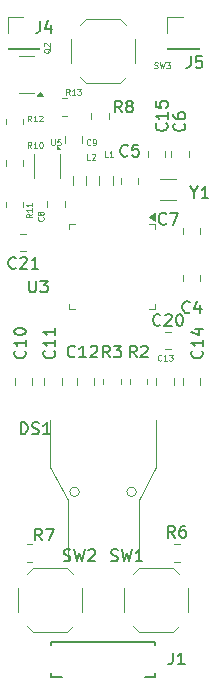
<source format=gbr>
%TF.GenerationSoftware,KiCad,Pcbnew,8.0.6*%
%TF.CreationDate,2025-01-15T19:29:55+01:00*%
%TF.ProjectId,boxmod,626f786d-6f64-42e6-9b69-6361645f7063,rev?*%
%TF.SameCoordinates,Original*%
%TF.FileFunction,Legend,Top*%
%TF.FilePolarity,Positive*%
%FSLAX46Y46*%
G04 Gerber Fmt 4.6, Leading zero omitted, Abs format (unit mm)*
G04 Created by KiCad (PCBNEW 8.0.6) date 2025-01-15 19:29:55*
%MOMM*%
%LPD*%
G01*
G04 APERTURE LIST*
%ADD10C,0.150000*%
%ADD11C,0.100000*%
%ADD12C,0.120000*%
%ADD13C,0.127000*%
G04 APERTURE END LIST*
D10*
X88535714Y-87204819D02*
X88535714Y-86204819D01*
X88535714Y-86204819D02*
X88773809Y-86204819D01*
X88773809Y-86204819D02*
X88916666Y-86252438D01*
X88916666Y-86252438D02*
X89011904Y-86347676D01*
X89011904Y-86347676D02*
X89059523Y-86442914D01*
X89059523Y-86442914D02*
X89107142Y-86633390D01*
X89107142Y-86633390D02*
X89107142Y-86776247D01*
X89107142Y-86776247D02*
X89059523Y-86966723D01*
X89059523Y-86966723D02*
X89011904Y-87061961D01*
X89011904Y-87061961D02*
X88916666Y-87157200D01*
X88916666Y-87157200D02*
X88773809Y-87204819D01*
X88773809Y-87204819D02*
X88535714Y-87204819D01*
X89488095Y-87157200D02*
X89630952Y-87204819D01*
X89630952Y-87204819D02*
X89869047Y-87204819D01*
X89869047Y-87204819D02*
X89964285Y-87157200D01*
X89964285Y-87157200D02*
X90011904Y-87109580D01*
X90011904Y-87109580D02*
X90059523Y-87014342D01*
X90059523Y-87014342D02*
X90059523Y-86919104D01*
X90059523Y-86919104D02*
X90011904Y-86823866D01*
X90011904Y-86823866D02*
X89964285Y-86776247D01*
X89964285Y-86776247D02*
X89869047Y-86728628D01*
X89869047Y-86728628D02*
X89678571Y-86681009D01*
X89678571Y-86681009D02*
X89583333Y-86633390D01*
X89583333Y-86633390D02*
X89535714Y-86585771D01*
X89535714Y-86585771D02*
X89488095Y-86490533D01*
X89488095Y-86490533D02*
X89488095Y-86395295D01*
X89488095Y-86395295D02*
X89535714Y-86300057D01*
X89535714Y-86300057D02*
X89583333Y-86252438D01*
X89583333Y-86252438D02*
X89678571Y-86204819D01*
X89678571Y-86204819D02*
X89916666Y-86204819D01*
X89916666Y-86204819D02*
X90059523Y-86252438D01*
X91011904Y-87204819D02*
X90440476Y-87204819D01*
X90726190Y-87204819D02*
X90726190Y-86204819D01*
X90726190Y-86204819D02*
X90630952Y-86347676D01*
X90630952Y-86347676D02*
X90535714Y-86442914D01*
X90535714Y-86442914D02*
X90440476Y-86490533D01*
X97083333Y-59954819D02*
X96750000Y-59478628D01*
X96511905Y-59954819D02*
X96511905Y-58954819D01*
X96511905Y-58954819D02*
X96892857Y-58954819D01*
X96892857Y-58954819D02*
X96988095Y-59002438D01*
X96988095Y-59002438D02*
X97035714Y-59050057D01*
X97035714Y-59050057D02*
X97083333Y-59145295D01*
X97083333Y-59145295D02*
X97083333Y-59288152D01*
X97083333Y-59288152D02*
X97035714Y-59383390D01*
X97035714Y-59383390D02*
X96988095Y-59431009D01*
X96988095Y-59431009D02*
X96892857Y-59478628D01*
X96892857Y-59478628D02*
X96511905Y-59478628D01*
X97654762Y-59383390D02*
X97559524Y-59335771D01*
X97559524Y-59335771D02*
X97511905Y-59288152D01*
X97511905Y-59288152D02*
X97464286Y-59192914D01*
X97464286Y-59192914D02*
X97464286Y-59145295D01*
X97464286Y-59145295D02*
X97511905Y-59050057D01*
X97511905Y-59050057D02*
X97559524Y-59002438D01*
X97559524Y-59002438D02*
X97654762Y-58954819D01*
X97654762Y-58954819D02*
X97845238Y-58954819D01*
X97845238Y-58954819D02*
X97940476Y-59002438D01*
X97940476Y-59002438D02*
X97988095Y-59050057D01*
X97988095Y-59050057D02*
X98035714Y-59145295D01*
X98035714Y-59145295D02*
X98035714Y-59192914D01*
X98035714Y-59192914D02*
X97988095Y-59288152D01*
X97988095Y-59288152D02*
X97940476Y-59335771D01*
X97940476Y-59335771D02*
X97845238Y-59383390D01*
X97845238Y-59383390D02*
X97654762Y-59383390D01*
X97654762Y-59383390D02*
X97559524Y-59431009D01*
X97559524Y-59431009D02*
X97511905Y-59478628D01*
X97511905Y-59478628D02*
X97464286Y-59573866D01*
X97464286Y-59573866D02*
X97464286Y-59764342D01*
X97464286Y-59764342D02*
X97511905Y-59859580D01*
X97511905Y-59859580D02*
X97559524Y-59907200D01*
X97559524Y-59907200D02*
X97654762Y-59954819D01*
X97654762Y-59954819D02*
X97845238Y-59954819D01*
X97845238Y-59954819D02*
X97940476Y-59907200D01*
X97940476Y-59907200D02*
X97988095Y-59859580D01*
X97988095Y-59859580D02*
X98035714Y-59764342D01*
X98035714Y-59764342D02*
X98035714Y-59573866D01*
X98035714Y-59573866D02*
X97988095Y-59478628D01*
X97988095Y-59478628D02*
X97940476Y-59431009D01*
X97940476Y-59431009D02*
X97845238Y-59383390D01*
D11*
X94416666Y-63976109D02*
X94178571Y-63976109D01*
X94178571Y-63976109D02*
X94178571Y-63476109D01*
X94559524Y-63523728D02*
X94583333Y-63499919D01*
X94583333Y-63499919D02*
X94630952Y-63476109D01*
X94630952Y-63476109D02*
X94750000Y-63476109D01*
X94750000Y-63476109D02*
X94797619Y-63499919D01*
X94797619Y-63499919D02*
X94821428Y-63523728D01*
X94821428Y-63523728D02*
X94845238Y-63571347D01*
X94845238Y-63571347D02*
X94845238Y-63618966D01*
X94845238Y-63618966D02*
X94821428Y-63690395D01*
X94821428Y-63690395D02*
X94535714Y-63976109D01*
X94535714Y-63976109D02*
X94845238Y-63976109D01*
D10*
X97583333Y-63609580D02*
X97535714Y-63657200D01*
X97535714Y-63657200D02*
X97392857Y-63704819D01*
X97392857Y-63704819D02*
X97297619Y-63704819D01*
X97297619Y-63704819D02*
X97154762Y-63657200D01*
X97154762Y-63657200D02*
X97059524Y-63561961D01*
X97059524Y-63561961D02*
X97011905Y-63466723D01*
X97011905Y-63466723D02*
X96964286Y-63276247D01*
X96964286Y-63276247D02*
X96964286Y-63133390D01*
X96964286Y-63133390D02*
X97011905Y-62942914D01*
X97011905Y-62942914D02*
X97059524Y-62847676D01*
X97059524Y-62847676D02*
X97154762Y-62752438D01*
X97154762Y-62752438D02*
X97297619Y-62704819D01*
X97297619Y-62704819D02*
X97392857Y-62704819D01*
X97392857Y-62704819D02*
X97535714Y-62752438D01*
X97535714Y-62752438D02*
X97583333Y-62800057D01*
X98488095Y-62704819D02*
X98011905Y-62704819D01*
X98011905Y-62704819D02*
X97964286Y-63181009D01*
X97964286Y-63181009D02*
X98011905Y-63133390D01*
X98011905Y-63133390D02*
X98107143Y-63085771D01*
X98107143Y-63085771D02*
X98345238Y-63085771D01*
X98345238Y-63085771D02*
X98440476Y-63133390D01*
X98440476Y-63133390D02*
X98488095Y-63181009D01*
X98488095Y-63181009D02*
X98535714Y-63276247D01*
X98535714Y-63276247D02*
X98535714Y-63514342D01*
X98535714Y-63514342D02*
X98488095Y-63609580D01*
X98488095Y-63609580D02*
X98440476Y-63657200D01*
X98440476Y-63657200D02*
X98345238Y-63704819D01*
X98345238Y-63704819D02*
X98107143Y-63704819D01*
X98107143Y-63704819D02*
X98011905Y-63657200D01*
X98011905Y-63657200D02*
X97964286Y-63609580D01*
D11*
X89476109Y-68571428D02*
X89238014Y-68738094D01*
X89476109Y-68857142D02*
X88976109Y-68857142D01*
X88976109Y-68857142D02*
X88976109Y-68666666D01*
X88976109Y-68666666D02*
X88999919Y-68619047D01*
X88999919Y-68619047D02*
X89023728Y-68595237D01*
X89023728Y-68595237D02*
X89071347Y-68571428D01*
X89071347Y-68571428D02*
X89142776Y-68571428D01*
X89142776Y-68571428D02*
X89190395Y-68595237D01*
X89190395Y-68595237D02*
X89214204Y-68619047D01*
X89214204Y-68619047D02*
X89238014Y-68666666D01*
X89238014Y-68666666D02*
X89238014Y-68857142D01*
X89476109Y-68095237D02*
X89476109Y-68380951D01*
X89476109Y-68238094D02*
X88976109Y-68238094D01*
X88976109Y-68238094D02*
X89047538Y-68285713D01*
X89047538Y-68285713D02*
X89095157Y-68333332D01*
X89095157Y-68333332D02*
X89118966Y-68380951D01*
X89476109Y-67619047D02*
X89476109Y-67904761D01*
X89476109Y-67761904D02*
X88976109Y-67761904D01*
X88976109Y-67761904D02*
X89047538Y-67809523D01*
X89047538Y-67809523D02*
X89095157Y-67857142D01*
X89095157Y-67857142D02*
X89118966Y-67904761D01*
D10*
X88107142Y-73109580D02*
X88059523Y-73157200D01*
X88059523Y-73157200D02*
X87916666Y-73204819D01*
X87916666Y-73204819D02*
X87821428Y-73204819D01*
X87821428Y-73204819D02*
X87678571Y-73157200D01*
X87678571Y-73157200D02*
X87583333Y-73061961D01*
X87583333Y-73061961D02*
X87535714Y-72966723D01*
X87535714Y-72966723D02*
X87488095Y-72776247D01*
X87488095Y-72776247D02*
X87488095Y-72633390D01*
X87488095Y-72633390D02*
X87535714Y-72442914D01*
X87535714Y-72442914D02*
X87583333Y-72347676D01*
X87583333Y-72347676D02*
X87678571Y-72252438D01*
X87678571Y-72252438D02*
X87821428Y-72204819D01*
X87821428Y-72204819D02*
X87916666Y-72204819D01*
X87916666Y-72204819D02*
X88059523Y-72252438D01*
X88059523Y-72252438D02*
X88107142Y-72300057D01*
X88488095Y-72300057D02*
X88535714Y-72252438D01*
X88535714Y-72252438D02*
X88630952Y-72204819D01*
X88630952Y-72204819D02*
X88869047Y-72204819D01*
X88869047Y-72204819D02*
X88964285Y-72252438D01*
X88964285Y-72252438D02*
X89011904Y-72300057D01*
X89011904Y-72300057D02*
X89059523Y-72395295D01*
X89059523Y-72395295D02*
X89059523Y-72490533D01*
X89059523Y-72490533D02*
X89011904Y-72633390D01*
X89011904Y-72633390D02*
X88440476Y-73204819D01*
X88440476Y-73204819D02*
X89059523Y-73204819D01*
X90011904Y-73204819D02*
X89440476Y-73204819D01*
X89726190Y-73204819D02*
X89726190Y-72204819D01*
X89726190Y-72204819D02*
X89630952Y-72347676D01*
X89630952Y-72347676D02*
X89535714Y-72442914D01*
X89535714Y-72442914D02*
X89440476Y-72490533D01*
X96083333Y-80704819D02*
X95750000Y-80228628D01*
X95511905Y-80704819D02*
X95511905Y-79704819D01*
X95511905Y-79704819D02*
X95892857Y-79704819D01*
X95892857Y-79704819D02*
X95988095Y-79752438D01*
X95988095Y-79752438D02*
X96035714Y-79800057D01*
X96035714Y-79800057D02*
X96083333Y-79895295D01*
X96083333Y-79895295D02*
X96083333Y-80038152D01*
X96083333Y-80038152D02*
X96035714Y-80133390D01*
X96035714Y-80133390D02*
X95988095Y-80181009D01*
X95988095Y-80181009D02*
X95892857Y-80228628D01*
X95892857Y-80228628D02*
X95511905Y-80228628D01*
X96416667Y-79704819D02*
X97035714Y-79704819D01*
X97035714Y-79704819D02*
X96702381Y-80085771D01*
X96702381Y-80085771D02*
X96845238Y-80085771D01*
X96845238Y-80085771D02*
X96940476Y-80133390D01*
X96940476Y-80133390D02*
X96988095Y-80181009D01*
X96988095Y-80181009D02*
X97035714Y-80276247D01*
X97035714Y-80276247D02*
X97035714Y-80514342D01*
X97035714Y-80514342D02*
X96988095Y-80609580D01*
X96988095Y-80609580D02*
X96940476Y-80657200D01*
X96940476Y-80657200D02*
X96845238Y-80704819D01*
X96845238Y-80704819D02*
X96559524Y-80704819D01*
X96559524Y-80704819D02*
X96464286Y-80657200D01*
X96464286Y-80657200D02*
X96416667Y-80609580D01*
X98333333Y-80704819D02*
X98000000Y-80228628D01*
X97761905Y-80704819D02*
X97761905Y-79704819D01*
X97761905Y-79704819D02*
X98142857Y-79704819D01*
X98142857Y-79704819D02*
X98238095Y-79752438D01*
X98238095Y-79752438D02*
X98285714Y-79800057D01*
X98285714Y-79800057D02*
X98333333Y-79895295D01*
X98333333Y-79895295D02*
X98333333Y-80038152D01*
X98333333Y-80038152D02*
X98285714Y-80133390D01*
X98285714Y-80133390D02*
X98238095Y-80181009D01*
X98238095Y-80181009D02*
X98142857Y-80228628D01*
X98142857Y-80228628D02*
X97761905Y-80228628D01*
X98714286Y-79800057D02*
X98761905Y-79752438D01*
X98761905Y-79752438D02*
X98857143Y-79704819D01*
X98857143Y-79704819D02*
X99095238Y-79704819D01*
X99095238Y-79704819D02*
X99190476Y-79752438D01*
X99190476Y-79752438D02*
X99238095Y-79800057D01*
X99238095Y-79800057D02*
X99285714Y-79895295D01*
X99285714Y-79895295D02*
X99285714Y-79990533D01*
X99285714Y-79990533D02*
X99238095Y-80133390D01*
X99238095Y-80133390D02*
X98666667Y-80704819D01*
X98666667Y-80704819D02*
X99285714Y-80704819D01*
D11*
X91023728Y-54547619D02*
X90999919Y-54595238D01*
X90999919Y-54595238D02*
X90952300Y-54642857D01*
X90952300Y-54642857D02*
X90880871Y-54714285D01*
X90880871Y-54714285D02*
X90857061Y-54761904D01*
X90857061Y-54761904D02*
X90857061Y-54809523D01*
X90976109Y-54785714D02*
X90952300Y-54833333D01*
X90952300Y-54833333D02*
X90904680Y-54880952D01*
X90904680Y-54880952D02*
X90809442Y-54904761D01*
X90809442Y-54904761D02*
X90642776Y-54904761D01*
X90642776Y-54904761D02*
X90547538Y-54880952D01*
X90547538Y-54880952D02*
X90499919Y-54833333D01*
X90499919Y-54833333D02*
X90476109Y-54785714D01*
X90476109Y-54785714D02*
X90476109Y-54690476D01*
X90476109Y-54690476D02*
X90499919Y-54642857D01*
X90499919Y-54642857D02*
X90547538Y-54595238D01*
X90547538Y-54595238D02*
X90642776Y-54571428D01*
X90642776Y-54571428D02*
X90809442Y-54571428D01*
X90809442Y-54571428D02*
X90904680Y-54595238D01*
X90904680Y-54595238D02*
X90952300Y-54642857D01*
X90952300Y-54642857D02*
X90976109Y-54690476D01*
X90976109Y-54690476D02*
X90976109Y-54785714D01*
X90523728Y-54380951D02*
X90499919Y-54357142D01*
X90499919Y-54357142D02*
X90476109Y-54309523D01*
X90476109Y-54309523D02*
X90476109Y-54190475D01*
X90476109Y-54190475D02*
X90499919Y-54142856D01*
X90499919Y-54142856D02*
X90523728Y-54119047D01*
X90523728Y-54119047D02*
X90571347Y-54095237D01*
X90571347Y-54095237D02*
X90618966Y-54095237D01*
X90618966Y-54095237D02*
X90690395Y-54119047D01*
X90690395Y-54119047D02*
X90976109Y-54404761D01*
X90976109Y-54404761D02*
X90976109Y-54095237D01*
D10*
X101583333Y-95954819D02*
X101250000Y-95478628D01*
X101011905Y-95954819D02*
X101011905Y-94954819D01*
X101011905Y-94954819D02*
X101392857Y-94954819D01*
X101392857Y-94954819D02*
X101488095Y-95002438D01*
X101488095Y-95002438D02*
X101535714Y-95050057D01*
X101535714Y-95050057D02*
X101583333Y-95145295D01*
X101583333Y-95145295D02*
X101583333Y-95288152D01*
X101583333Y-95288152D02*
X101535714Y-95383390D01*
X101535714Y-95383390D02*
X101488095Y-95431009D01*
X101488095Y-95431009D02*
X101392857Y-95478628D01*
X101392857Y-95478628D02*
X101011905Y-95478628D01*
X102440476Y-94954819D02*
X102250000Y-94954819D01*
X102250000Y-94954819D02*
X102154762Y-95002438D01*
X102154762Y-95002438D02*
X102107143Y-95050057D01*
X102107143Y-95050057D02*
X102011905Y-95192914D01*
X102011905Y-95192914D02*
X101964286Y-95383390D01*
X101964286Y-95383390D02*
X101964286Y-95764342D01*
X101964286Y-95764342D02*
X102011905Y-95859580D01*
X102011905Y-95859580D02*
X102059524Y-95907200D01*
X102059524Y-95907200D02*
X102154762Y-95954819D01*
X102154762Y-95954819D02*
X102345238Y-95954819D01*
X102345238Y-95954819D02*
X102440476Y-95907200D01*
X102440476Y-95907200D02*
X102488095Y-95859580D01*
X102488095Y-95859580D02*
X102535714Y-95764342D01*
X102535714Y-95764342D02*
X102535714Y-95526247D01*
X102535714Y-95526247D02*
X102488095Y-95431009D01*
X102488095Y-95431009D02*
X102440476Y-95383390D01*
X102440476Y-95383390D02*
X102345238Y-95335771D01*
X102345238Y-95335771D02*
X102154762Y-95335771D01*
X102154762Y-95335771D02*
X102059524Y-95383390D01*
X102059524Y-95383390D02*
X102011905Y-95431009D01*
X102011905Y-95431009D02*
X101964286Y-95526247D01*
D11*
X89428571Y-62976109D02*
X89261905Y-62738014D01*
X89142857Y-62976109D02*
X89142857Y-62476109D01*
X89142857Y-62476109D02*
X89333333Y-62476109D01*
X89333333Y-62476109D02*
X89380952Y-62499919D01*
X89380952Y-62499919D02*
X89404762Y-62523728D01*
X89404762Y-62523728D02*
X89428571Y-62571347D01*
X89428571Y-62571347D02*
X89428571Y-62642776D01*
X89428571Y-62642776D02*
X89404762Y-62690395D01*
X89404762Y-62690395D02*
X89380952Y-62714204D01*
X89380952Y-62714204D02*
X89333333Y-62738014D01*
X89333333Y-62738014D02*
X89142857Y-62738014D01*
X89904762Y-62976109D02*
X89619048Y-62976109D01*
X89761905Y-62976109D02*
X89761905Y-62476109D01*
X89761905Y-62476109D02*
X89714286Y-62547538D01*
X89714286Y-62547538D02*
X89666667Y-62595157D01*
X89666667Y-62595157D02*
X89619048Y-62618966D01*
X90214285Y-62476109D02*
X90261904Y-62476109D01*
X90261904Y-62476109D02*
X90309523Y-62499919D01*
X90309523Y-62499919D02*
X90333333Y-62523728D01*
X90333333Y-62523728D02*
X90357142Y-62571347D01*
X90357142Y-62571347D02*
X90380952Y-62666585D01*
X90380952Y-62666585D02*
X90380952Y-62785633D01*
X90380952Y-62785633D02*
X90357142Y-62880871D01*
X90357142Y-62880871D02*
X90333333Y-62928490D01*
X90333333Y-62928490D02*
X90309523Y-62952300D01*
X90309523Y-62952300D02*
X90261904Y-62976109D01*
X90261904Y-62976109D02*
X90214285Y-62976109D01*
X90214285Y-62976109D02*
X90166666Y-62952300D01*
X90166666Y-62952300D02*
X90142857Y-62928490D01*
X90142857Y-62928490D02*
X90119047Y-62880871D01*
X90119047Y-62880871D02*
X90095238Y-62785633D01*
X90095238Y-62785633D02*
X90095238Y-62666585D01*
X90095238Y-62666585D02*
X90119047Y-62571347D01*
X90119047Y-62571347D02*
X90142857Y-62523728D01*
X90142857Y-62523728D02*
X90166666Y-62499919D01*
X90166666Y-62499919D02*
X90214285Y-62476109D01*
X100428571Y-80928490D02*
X100404762Y-80952300D01*
X100404762Y-80952300D02*
X100333333Y-80976109D01*
X100333333Y-80976109D02*
X100285714Y-80976109D01*
X100285714Y-80976109D02*
X100214286Y-80952300D01*
X100214286Y-80952300D02*
X100166667Y-80904680D01*
X100166667Y-80904680D02*
X100142857Y-80857061D01*
X100142857Y-80857061D02*
X100119048Y-80761823D01*
X100119048Y-80761823D02*
X100119048Y-80690395D01*
X100119048Y-80690395D02*
X100142857Y-80595157D01*
X100142857Y-80595157D02*
X100166667Y-80547538D01*
X100166667Y-80547538D02*
X100214286Y-80499919D01*
X100214286Y-80499919D02*
X100285714Y-80476109D01*
X100285714Y-80476109D02*
X100333333Y-80476109D01*
X100333333Y-80476109D02*
X100404762Y-80499919D01*
X100404762Y-80499919D02*
X100428571Y-80523728D01*
X100904762Y-80976109D02*
X100619048Y-80976109D01*
X100761905Y-80976109D02*
X100761905Y-80476109D01*
X100761905Y-80476109D02*
X100714286Y-80547538D01*
X100714286Y-80547538D02*
X100666667Y-80595157D01*
X100666667Y-80595157D02*
X100619048Y-80618966D01*
X101071428Y-80476109D02*
X101380952Y-80476109D01*
X101380952Y-80476109D02*
X101214285Y-80666585D01*
X101214285Y-80666585D02*
X101285714Y-80666585D01*
X101285714Y-80666585D02*
X101333333Y-80690395D01*
X101333333Y-80690395D02*
X101357142Y-80714204D01*
X101357142Y-80714204D02*
X101380952Y-80761823D01*
X101380952Y-80761823D02*
X101380952Y-80880871D01*
X101380952Y-80880871D02*
X101357142Y-80928490D01*
X101357142Y-80928490D02*
X101333333Y-80952300D01*
X101333333Y-80952300D02*
X101285714Y-80976109D01*
X101285714Y-80976109D02*
X101142857Y-80976109D01*
X101142857Y-80976109D02*
X101095238Y-80952300D01*
X101095238Y-80952300D02*
X101071428Y-80928490D01*
D10*
X91359580Y-80142857D02*
X91407200Y-80190476D01*
X91407200Y-80190476D02*
X91454819Y-80333333D01*
X91454819Y-80333333D02*
X91454819Y-80428571D01*
X91454819Y-80428571D02*
X91407200Y-80571428D01*
X91407200Y-80571428D02*
X91311961Y-80666666D01*
X91311961Y-80666666D02*
X91216723Y-80714285D01*
X91216723Y-80714285D02*
X91026247Y-80761904D01*
X91026247Y-80761904D02*
X90883390Y-80761904D01*
X90883390Y-80761904D02*
X90692914Y-80714285D01*
X90692914Y-80714285D02*
X90597676Y-80666666D01*
X90597676Y-80666666D02*
X90502438Y-80571428D01*
X90502438Y-80571428D02*
X90454819Y-80428571D01*
X90454819Y-80428571D02*
X90454819Y-80333333D01*
X90454819Y-80333333D02*
X90502438Y-80190476D01*
X90502438Y-80190476D02*
X90550057Y-80142857D01*
X91454819Y-79190476D02*
X91454819Y-79761904D01*
X91454819Y-79476190D02*
X90454819Y-79476190D01*
X90454819Y-79476190D02*
X90597676Y-79571428D01*
X90597676Y-79571428D02*
X90692914Y-79666666D01*
X90692914Y-79666666D02*
X90740533Y-79761904D01*
X91454819Y-78238095D02*
X91454819Y-78809523D01*
X91454819Y-78523809D02*
X90454819Y-78523809D01*
X90454819Y-78523809D02*
X90597676Y-78619047D01*
X90597676Y-78619047D02*
X90692914Y-78714285D01*
X90692914Y-78714285D02*
X90740533Y-78809523D01*
D11*
X91119047Y-62226109D02*
X91119047Y-62630871D01*
X91119047Y-62630871D02*
X91142857Y-62678490D01*
X91142857Y-62678490D02*
X91166666Y-62702300D01*
X91166666Y-62702300D02*
X91214285Y-62726109D01*
X91214285Y-62726109D02*
X91309523Y-62726109D01*
X91309523Y-62726109D02*
X91357142Y-62702300D01*
X91357142Y-62702300D02*
X91380952Y-62678490D01*
X91380952Y-62678490D02*
X91404761Y-62630871D01*
X91404761Y-62630871D02*
X91404761Y-62226109D01*
X91880952Y-62226109D02*
X91642857Y-62226109D01*
X91642857Y-62226109D02*
X91619048Y-62464204D01*
X91619048Y-62464204D02*
X91642857Y-62440395D01*
X91642857Y-62440395D02*
X91690476Y-62416585D01*
X91690476Y-62416585D02*
X91809524Y-62416585D01*
X91809524Y-62416585D02*
X91857143Y-62440395D01*
X91857143Y-62440395D02*
X91880952Y-62464204D01*
X91880952Y-62464204D02*
X91904762Y-62511823D01*
X91904762Y-62511823D02*
X91904762Y-62630871D01*
X91904762Y-62630871D02*
X91880952Y-62678490D01*
X91880952Y-62678490D02*
X91857143Y-62702300D01*
X91857143Y-62702300D02*
X91809524Y-62726109D01*
X91809524Y-62726109D02*
X91690476Y-62726109D01*
X91690476Y-62726109D02*
X91642857Y-62702300D01*
X91642857Y-62702300D02*
X91619048Y-62678490D01*
D10*
X96166667Y-97907200D02*
X96309524Y-97954819D01*
X96309524Y-97954819D02*
X96547619Y-97954819D01*
X96547619Y-97954819D02*
X96642857Y-97907200D01*
X96642857Y-97907200D02*
X96690476Y-97859580D01*
X96690476Y-97859580D02*
X96738095Y-97764342D01*
X96738095Y-97764342D02*
X96738095Y-97669104D01*
X96738095Y-97669104D02*
X96690476Y-97573866D01*
X96690476Y-97573866D02*
X96642857Y-97526247D01*
X96642857Y-97526247D02*
X96547619Y-97478628D01*
X96547619Y-97478628D02*
X96357143Y-97431009D01*
X96357143Y-97431009D02*
X96261905Y-97383390D01*
X96261905Y-97383390D02*
X96214286Y-97335771D01*
X96214286Y-97335771D02*
X96166667Y-97240533D01*
X96166667Y-97240533D02*
X96166667Y-97145295D01*
X96166667Y-97145295D02*
X96214286Y-97050057D01*
X96214286Y-97050057D02*
X96261905Y-97002438D01*
X96261905Y-97002438D02*
X96357143Y-96954819D01*
X96357143Y-96954819D02*
X96595238Y-96954819D01*
X96595238Y-96954819D02*
X96738095Y-97002438D01*
X97071429Y-96954819D02*
X97309524Y-97954819D01*
X97309524Y-97954819D02*
X97500000Y-97240533D01*
X97500000Y-97240533D02*
X97690476Y-97954819D01*
X97690476Y-97954819D02*
X97928572Y-96954819D01*
X98833333Y-97954819D02*
X98261905Y-97954819D01*
X98547619Y-97954819D02*
X98547619Y-96954819D01*
X98547619Y-96954819D02*
X98452381Y-97097676D01*
X98452381Y-97097676D02*
X98357143Y-97192914D01*
X98357143Y-97192914D02*
X98261905Y-97240533D01*
X102359580Y-60916666D02*
X102407200Y-60964285D01*
X102407200Y-60964285D02*
X102454819Y-61107142D01*
X102454819Y-61107142D02*
X102454819Y-61202380D01*
X102454819Y-61202380D02*
X102407200Y-61345237D01*
X102407200Y-61345237D02*
X102311961Y-61440475D01*
X102311961Y-61440475D02*
X102216723Y-61488094D01*
X102216723Y-61488094D02*
X102026247Y-61535713D01*
X102026247Y-61535713D02*
X101883390Y-61535713D01*
X101883390Y-61535713D02*
X101692914Y-61488094D01*
X101692914Y-61488094D02*
X101597676Y-61440475D01*
X101597676Y-61440475D02*
X101502438Y-61345237D01*
X101502438Y-61345237D02*
X101454819Y-61202380D01*
X101454819Y-61202380D02*
X101454819Y-61107142D01*
X101454819Y-61107142D02*
X101502438Y-60964285D01*
X101502438Y-60964285D02*
X101550057Y-60916666D01*
X101454819Y-60059523D02*
X101454819Y-60249999D01*
X101454819Y-60249999D02*
X101502438Y-60345237D01*
X101502438Y-60345237D02*
X101550057Y-60392856D01*
X101550057Y-60392856D02*
X101692914Y-60488094D01*
X101692914Y-60488094D02*
X101883390Y-60535713D01*
X101883390Y-60535713D02*
X102264342Y-60535713D01*
X102264342Y-60535713D02*
X102359580Y-60488094D01*
X102359580Y-60488094D02*
X102407200Y-60440475D01*
X102407200Y-60440475D02*
X102454819Y-60345237D01*
X102454819Y-60345237D02*
X102454819Y-60154761D01*
X102454819Y-60154761D02*
X102407200Y-60059523D01*
X102407200Y-60059523D02*
X102359580Y-60011904D01*
X102359580Y-60011904D02*
X102264342Y-59964285D01*
X102264342Y-59964285D02*
X102026247Y-59964285D01*
X102026247Y-59964285D02*
X101931009Y-60011904D01*
X101931009Y-60011904D02*
X101883390Y-60059523D01*
X101883390Y-60059523D02*
X101835771Y-60154761D01*
X101835771Y-60154761D02*
X101835771Y-60345237D01*
X101835771Y-60345237D02*
X101883390Y-60440475D01*
X101883390Y-60440475D02*
X101931009Y-60488094D01*
X101931009Y-60488094D02*
X102026247Y-60535713D01*
X93107142Y-80609580D02*
X93059523Y-80657200D01*
X93059523Y-80657200D02*
X92916666Y-80704819D01*
X92916666Y-80704819D02*
X92821428Y-80704819D01*
X92821428Y-80704819D02*
X92678571Y-80657200D01*
X92678571Y-80657200D02*
X92583333Y-80561961D01*
X92583333Y-80561961D02*
X92535714Y-80466723D01*
X92535714Y-80466723D02*
X92488095Y-80276247D01*
X92488095Y-80276247D02*
X92488095Y-80133390D01*
X92488095Y-80133390D02*
X92535714Y-79942914D01*
X92535714Y-79942914D02*
X92583333Y-79847676D01*
X92583333Y-79847676D02*
X92678571Y-79752438D01*
X92678571Y-79752438D02*
X92821428Y-79704819D01*
X92821428Y-79704819D02*
X92916666Y-79704819D01*
X92916666Y-79704819D02*
X93059523Y-79752438D01*
X93059523Y-79752438D02*
X93107142Y-79800057D01*
X94059523Y-80704819D02*
X93488095Y-80704819D01*
X93773809Y-80704819D02*
X93773809Y-79704819D01*
X93773809Y-79704819D02*
X93678571Y-79847676D01*
X93678571Y-79847676D02*
X93583333Y-79942914D01*
X93583333Y-79942914D02*
X93488095Y-79990533D01*
X94440476Y-79800057D02*
X94488095Y-79752438D01*
X94488095Y-79752438D02*
X94583333Y-79704819D01*
X94583333Y-79704819D02*
X94821428Y-79704819D01*
X94821428Y-79704819D02*
X94916666Y-79752438D01*
X94916666Y-79752438D02*
X94964285Y-79800057D01*
X94964285Y-79800057D02*
X95011904Y-79895295D01*
X95011904Y-79895295D02*
X95011904Y-79990533D01*
X95011904Y-79990533D02*
X94964285Y-80133390D01*
X94964285Y-80133390D02*
X94392857Y-80704819D01*
X94392857Y-80704819D02*
X95011904Y-80704819D01*
D11*
X99833334Y-56202300D02*
X99904762Y-56226109D01*
X99904762Y-56226109D02*
X100023810Y-56226109D01*
X100023810Y-56226109D02*
X100071429Y-56202300D01*
X100071429Y-56202300D02*
X100095238Y-56178490D01*
X100095238Y-56178490D02*
X100119048Y-56130871D01*
X100119048Y-56130871D02*
X100119048Y-56083252D01*
X100119048Y-56083252D02*
X100095238Y-56035633D01*
X100095238Y-56035633D02*
X100071429Y-56011823D01*
X100071429Y-56011823D02*
X100023810Y-55988014D01*
X100023810Y-55988014D02*
X99928572Y-55964204D01*
X99928572Y-55964204D02*
X99880953Y-55940395D01*
X99880953Y-55940395D02*
X99857143Y-55916585D01*
X99857143Y-55916585D02*
X99833334Y-55868966D01*
X99833334Y-55868966D02*
X99833334Y-55821347D01*
X99833334Y-55821347D02*
X99857143Y-55773728D01*
X99857143Y-55773728D02*
X99880953Y-55749919D01*
X99880953Y-55749919D02*
X99928572Y-55726109D01*
X99928572Y-55726109D02*
X100047619Y-55726109D01*
X100047619Y-55726109D02*
X100119048Y-55749919D01*
X100285714Y-55726109D02*
X100404762Y-56226109D01*
X100404762Y-56226109D02*
X100500000Y-55868966D01*
X100500000Y-55868966D02*
X100595238Y-56226109D01*
X100595238Y-56226109D02*
X100714286Y-55726109D01*
X100857143Y-55726109D02*
X101166667Y-55726109D01*
X101166667Y-55726109D02*
X101000000Y-55916585D01*
X101000000Y-55916585D02*
X101071429Y-55916585D01*
X101071429Y-55916585D02*
X101119048Y-55940395D01*
X101119048Y-55940395D02*
X101142857Y-55964204D01*
X101142857Y-55964204D02*
X101166667Y-56011823D01*
X101166667Y-56011823D02*
X101166667Y-56130871D01*
X101166667Y-56130871D02*
X101142857Y-56178490D01*
X101142857Y-56178490D02*
X101119048Y-56202300D01*
X101119048Y-56202300D02*
X101071429Y-56226109D01*
X101071429Y-56226109D02*
X100928572Y-56226109D01*
X100928572Y-56226109D02*
X100880953Y-56202300D01*
X100880953Y-56202300D02*
X100857143Y-56178490D01*
X89428571Y-60726109D02*
X89261905Y-60488014D01*
X89142857Y-60726109D02*
X89142857Y-60226109D01*
X89142857Y-60226109D02*
X89333333Y-60226109D01*
X89333333Y-60226109D02*
X89380952Y-60249919D01*
X89380952Y-60249919D02*
X89404762Y-60273728D01*
X89404762Y-60273728D02*
X89428571Y-60321347D01*
X89428571Y-60321347D02*
X89428571Y-60392776D01*
X89428571Y-60392776D02*
X89404762Y-60440395D01*
X89404762Y-60440395D02*
X89380952Y-60464204D01*
X89380952Y-60464204D02*
X89333333Y-60488014D01*
X89333333Y-60488014D02*
X89142857Y-60488014D01*
X89904762Y-60726109D02*
X89619048Y-60726109D01*
X89761905Y-60726109D02*
X89761905Y-60226109D01*
X89761905Y-60226109D02*
X89714286Y-60297538D01*
X89714286Y-60297538D02*
X89666667Y-60345157D01*
X89666667Y-60345157D02*
X89619048Y-60368966D01*
X90095238Y-60273728D02*
X90119047Y-60249919D01*
X90119047Y-60249919D02*
X90166666Y-60226109D01*
X90166666Y-60226109D02*
X90285714Y-60226109D01*
X90285714Y-60226109D02*
X90333333Y-60249919D01*
X90333333Y-60249919D02*
X90357142Y-60273728D01*
X90357142Y-60273728D02*
X90380952Y-60321347D01*
X90380952Y-60321347D02*
X90380952Y-60368966D01*
X90380952Y-60368966D02*
X90357142Y-60440395D01*
X90357142Y-60440395D02*
X90071428Y-60726109D01*
X90071428Y-60726109D02*
X90380952Y-60726109D01*
D10*
X100833333Y-69359580D02*
X100785714Y-69407200D01*
X100785714Y-69407200D02*
X100642857Y-69454819D01*
X100642857Y-69454819D02*
X100547619Y-69454819D01*
X100547619Y-69454819D02*
X100404762Y-69407200D01*
X100404762Y-69407200D02*
X100309524Y-69311961D01*
X100309524Y-69311961D02*
X100261905Y-69216723D01*
X100261905Y-69216723D02*
X100214286Y-69026247D01*
X100214286Y-69026247D02*
X100214286Y-68883390D01*
X100214286Y-68883390D02*
X100261905Y-68692914D01*
X100261905Y-68692914D02*
X100309524Y-68597676D01*
X100309524Y-68597676D02*
X100404762Y-68502438D01*
X100404762Y-68502438D02*
X100547619Y-68454819D01*
X100547619Y-68454819D02*
X100642857Y-68454819D01*
X100642857Y-68454819D02*
X100785714Y-68502438D01*
X100785714Y-68502438D02*
X100833333Y-68550057D01*
X101166667Y-68454819D02*
X101833333Y-68454819D01*
X101833333Y-68454819D02*
X101404762Y-69454819D01*
D11*
X95916666Y-63726109D02*
X95678571Y-63726109D01*
X95678571Y-63726109D02*
X95678571Y-63226109D01*
X96345238Y-63726109D02*
X96059524Y-63726109D01*
X96202381Y-63726109D02*
X96202381Y-63226109D01*
X96202381Y-63226109D02*
X96154762Y-63297538D01*
X96154762Y-63297538D02*
X96107143Y-63345157D01*
X96107143Y-63345157D02*
X96059524Y-63368966D01*
D10*
X100859580Y-60892857D02*
X100907200Y-60940476D01*
X100907200Y-60940476D02*
X100954819Y-61083333D01*
X100954819Y-61083333D02*
X100954819Y-61178571D01*
X100954819Y-61178571D02*
X100907200Y-61321428D01*
X100907200Y-61321428D02*
X100811961Y-61416666D01*
X100811961Y-61416666D02*
X100716723Y-61464285D01*
X100716723Y-61464285D02*
X100526247Y-61511904D01*
X100526247Y-61511904D02*
X100383390Y-61511904D01*
X100383390Y-61511904D02*
X100192914Y-61464285D01*
X100192914Y-61464285D02*
X100097676Y-61416666D01*
X100097676Y-61416666D02*
X100002438Y-61321428D01*
X100002438Y-61321428D02*
X99954819Y-61178571D01*
X99954819Y-61178571D02*
X99954819Y-61083333D01*
X99954819Y-61083333D02*
X100002438Y-60940476D01*
X100002438Y-60940476D02*
X100050057Y-60892857D01*
X100954819Y-59940476D02*
X100954819Y-60511904D01*
X100954819Y-60226190D02*
X99954819Y-60226190D01*
X99954819Y-60226190D02*
X100097676Y-60321428D01*
X100097676Y-60321428D02*
X100192914Y-60416666D01*
X100192914Y-60416666D02*
X100240533Y-60511904D01*
X99954819Y-59035714D02*
X99954819Y-59511904D01*
X99954819Y-59511904D02*
X100431009Y-59559523D01*
X100431009Y-59559523D02*
X100383390Y-59511904D01*
X100383390Y-59511904D02*
X100335771Y-59416666D01*
X100335771Y-59416666D02*
X100335771Y-59178571D01*
X100335771Y-59178571D02*
X100383390Y-59083333D01*
X100383390Y-59083333D02*
X100431009Y-59035714D01*
X100431009Y-59035714D02*
X100526247Y-58988095D01*
X100526247Y-58988095D02*
X100764342Y-58988095D01*
X100764342Y-58988095D02*
X100859580Y-59035714D01*
X100859580Y-59035714D02*
X100907200Y-59083333D01*
X100907200Y-59083333D02*
X100954819Y-59178571D01*
X100954819Y-59178571D02*
X100954819Y-59416666D01*
X100954819Y-59416666D02*
X100907200Y-59511904D01*
X100907200Y-59511904D02*
X100859580Y-59559523D01*
X89238095Y-74204819D02*
X89238095Y-75014342D01*
X89238095Y-75014342D02*
X89285714Y-75109580D01*
X89285714Y-75109580D02*
X89333333Y-75157200D01*
X89333333Y-75157200D02*
X89428571Y-75204819D01*
X89428571Y-75204819D02*
X89619047Y-75204819D01*
X89619047Y-75204819D02*
X89714285Y-75157200D01*
X89714285Y-75157200D02*
X89761904Y-75109580D01*
X89761904Y-75109580D02*
X89809523Y-75014342D01*
X89809523Y-75014342D02*
X89809523Y-74204819D01*
X90190476Y-74204819D02*
X90809523Y-74204819D01*
X90809523Y-74204819D02*
X90476190Y-74585771D01*
X90476190Y-74585771D02*
X90619047Y-74585771D01*
X90619047Y-74585771D02*
X90714285Y-74633390D01*
X90714285Y-74633390D02*
X90761904Y-74681009D01*
X90761904Y-74681009D02*
X90809523Y-74776247D01*
X90809523Y-74776247D02*
X90809523Y-75014342D01*
X90809523Y-75014342D02*
X90761904Y-75109580D01*
X90761904Y-75109580D02*
X90714285Y-75157200D01*
X90714285Y-75157200D02*
X90619047Y-75204819D01*
X90619047Y-75204819D02*
X90333333Y-75204819D01*
X90333333Y-75204819D02*
X90238095Y-75157200D01*
X90238095Y-75157200D02*
X90190476Y-75109580D01*
X102916666Y-55204819D02*
X102916666Y-55919104D01*
X102916666Y-55919104D02*
X102869047Y-56061961D01*
X102869047Y-56061961D02*
X102773809Y-56157200D01*
X102773809Y-56157200D02*
X102630952Y-56204819D01*
X102630952Y-56204819D02*
X102535714Y-56204819D01*
X103869047Y-55204819D02*
X103392857Y-55204819D01*
X103392857Y-55204819D02*
X103345238Y-55681009D01*
X103345238Y-55681009D02*
X103392857Y-55633390D01*
X103392857Y-55633390D02*
X103488095Y-55585771D01*
X103488095Y-55585771D02*
X103726190Y-55585771D01*
X103726190Y-55585771D02*
X103821428Y-55633390D01*
X103821428Y-55633390D02*
X103869047Y-55681009D01*
X103869047Y-55681009D02*
X103916666Y-55776247D01*
X103916666Y-55776247D02*
X103916666Y-56014342D01*
X103916666Y-56014342D02*
X103869047Y-56109580D01*
X103869047Y-56109580D02*
X103821428Y-56157200D01*
X103821428Y-56157200D02*
X103726190Y-56204819D01*
X103726190Y-56204819D02*
X103488095Y-56204819D01*
X103488095Y-56204819D02*
X103392857Y-56157200D01*
X103392857Y-56157200D02*
X103345238Y-56109580D01*
X103859580Y-80142857D02*
X103907200Y-80190476D01*
X103907200Y-80190476D02*
X103954819Y-80333333D01*
X103954819Y-80333333D02*
X103954819Y-80428571D01*
X103954819Y-80428571D02*
X103907200Y-80571428D01*
X103907200Y-80571428D02*
X103811961Y-80666666D01*
X103811961Y-80666666D02*
X103716723Y-80714285D01*
X103716723Y-80714285D02*
X103526247Y-80761904D01*
X103526247Y-80761904D02*
X103383390Y-80761904D01*
X103383390Y-80761904D02*
X103192914Y-80714285D01*
X103192914Y-80714285D02*
X103097676Y-80666666D01*
X103097676Y-80666666D02*
X103002438Y-80571428D01*
X103002438Y-80571428D02*
X102954819Y-80428571D01*
X102954819Y-80428571D02*
X102954819Y-80333333D01*
X102954819Y-80333333D02*
X103002438Y-80190476D01*
X103002438Y-80190476D02*
X103050057Y-80142857D01*
X103954819Y-79190476D02*
X103954819Y-79761904D01*
X103954819Y-79476190D02*
X102954819Y-79476190D01*
X102954819Y-79476190D02*
X103097676Y-79571428D01*
X103097676Y-79571428D02*
X103192914Y-79666666D01*
X103192914Y-79666666D02*
X103240533Y-79761904D01*
X103288152Y-78333333D02*
X103954819Y-78333333D01*
X102907200Y-78571428D02*
X103621485Y-78809523D01*
X103621485Y-78809523D02*
X103621485Y-78190476D01*
X92166667Y-97907200D02*
X92309524Y-97954819D01*
X92309524Y-97954819D02*
X92547619Y-97954819D01*
X92547619Y-97954819D02*
X92642857Y-97907200D01*
X92642857Y-97907200D02*
X92690476Y-97859580D01*
X92690476Y-97859580D02*
X92738095Y-97764342D01*
X92738095Y-97764342D02*
X92738095Y-97669104D01*
X92738095Y-97669104D02*
X92690476Y-97573866D01*
X92690476Y-97573866D02*
X92642857Y-97526247D01*
X92642857Y-97526247D02*
X92547619Y-97478628D01*
X92547619Y-97478628D02*
X92357143Y-97431009D01*
X92357143Y-97431009D02*
X92261905Y-97383390D01*
X92261905Y-97383390D02*
X92214286Y-97335771D01*
X92214286Y-97335771D02*
X92166667Y-97240533D01*
X92166667Y-97240533D02*
X92166667Y-97145295D01*
X92166667Y-97145295D02*
X92214286Y-97050057D01*
X92214286Y-97050057D02*
X92261905Y-97002438D01*
X92261905Y-97002438D02*
X92357143Y-96954819D01*
X92357143Y-96954819D02*
X92595238Y-96954819D01*
X92595238Y-96954819D02*
X92738095Y-97002438D01*
X93071429Y-96954819D02*
X93309524Y-97954819D01*
X93309524Y-97954819D02*
X93500000Y-97240533D01*
X93500000Y-97240533D02*
X93690476Y-97954819D01*
X93690476Y-97954819D02*
X93928572Y-96954819D01*
X94261905Y-97050057D02*
X94309524Y-97002438D01*
X94309524Y-97002438D02*
X94404762Y-96954819D01*
X94404762Y-96954819D02*
X94642857Y-96954819D01*
X94642857Y-96954819D02*
X94738095Y-97002438D01*
X94738095Y-97002438D02*
X94785714Y-97050057D01*
X94785714Y-97050057D02*
X94833333Y-97145295D01*
X94833333Y-97145295D02*
X94833333Y-97240533D01*
X94833333Y-97240533D02*
X94785714Y-97383390D01*
X94785714Y-97383390D02*
X94214286Y-97954819D01*
X94214286Y-97954819D02*
X94833333Y-97954819D01*
D11*
X94416666Y-62678490D02*
X94392857Y-62702300D01*
X94392857Y-62702300D02*
X94321428Y-62726109D01*
X94321428Y-62726109D02*
X94273809Y-62726109D01*
X94273809Y-62726109D02*
X94202381Y-62702300D01*
X94202381Y-62702300D02*
X94154762Y-62654680D01*
X94154762Y-62654680D02*
X94130952Y-62607061D01*
X94130952Y-62607061D02*
X94107143Y-62511823D01*
X94107143Y-62511823D02*
X94107143Y-62440395D01*
X94107143Y-62440395D02*
X94130952Y-62345157D01*
X94130952Y-62345157D02*
X94154762Y-62297538D01*
X94154762Y-62297538D02*
X94202381Y-62249919D01*
X94202381Y-62249919D02*
X94273809Y-62226109D01*
X94273809Y-62226109D02*
X94321428Y-62226109D01*
X94321428Y-62226109D02*
X94392857Y-62249919D01*
X94392857Y-62249919D02*
X94416666Y-62273728D01*
X94654762Y-62726109D02*
X94750000Y-62726109D01*
X94750000Y-62726109D02*
X94797619Y-62702300D01*
X94797619Y-62702300D02*
X94821428Y-62678490D01*
X94821428Y-62678490D02*
X94869047Y-62607061D01*
X94869047Y-62607061D02*
X94892857Y-62511823D01*
X94892857Y-62511823D02*
X94892857Y-62321347D01*
X94892857Y-62321347D02*
X94869047Y-62273728D01*
X94869047Y-62273728D02*
X94845238Y-62249919D01*
X94845238Y-62249919D02*
X94797619Y-62226109D01*
X94797619Y-62226109D02*
X94702381Y-62226109D01*
X94702381Y-62226109D02*
X94654762Y-62249919D01*
X94654762Y-62249919D02*
X94630952Y-62273728D01*
X94630952Y-62273728D02*
X94607143Y-62321347D01*
X94607143Y-62321347D02*
X94607143Y-62440395D01*
X94607143Y-62440395D02*
X94630952Y-62488014D01*
X94630952Y-62488014D02*
X94654762Y-62511823D01*
X94654762Y-62511823D02*
X94702381Y-62535633D01*
X94702381Y-62535633D02*
X94797619Y-62535633D01*
X94797619Y-62535633D02*
X94845238Y-62511823D01*
X94845238Y-62511823D02*
X94869047Y-62488014D01*
X94869047Y-62488014D02*
X94892857Y-62440395D01*
D10*
X101416666Y-105704819D02*
X101416666Y-106419104D01*
X101416666Y-106419104D02*
X101369047Y-106561961D01*
X101369047Y-106561961D02*
X101273809Y-106657200D01*
X101273809Y-106657200D02*
X101130952Y-106704819D01*
X101130952Y-106704819D02*
X101035714Y-106704819D01*
X102416666Y-106704819D02*
X101845238Y-106704819D01*
X102130952Y-106704819D02*
X102130952Y-105704819D01*
X102130952Y-105704819D02*
X102035714Y-105847676D01*
X102035714Y-105847676D02*
X101940476Y-105942914D01*
X101940476Y-105942914D02*
X101845238Y-105990533D01*
D11*
X90428490Y-68833333D02*
X90452300Y-68857142D01*
X90452300Y-68857142D02*
X90476109Y-68928571D01*
X90476109Y-68928571D02*
X90476109Y-68976190D01*
X90476109Y-68976190D02*
X90452300Y-69047618D01*
X90452300Y-69047618D02*
X90404680Y-69095237D01*
X90404680Y-69095237D02*
X90357061Y-69119047D01*
X90357061Y-69119047D02*
X90261823Y-69142856D01*
X90261823Y-69142856D02*
X90190395Y-69142856D01*
X90190395Y-69142856D02*
X90095157Y-69119047D01*
X90095157Y-69119047D02*
X90047538Y-69095237D01*
X90047538Y-69095237D02*
X89999919Y-69047618D01*
X89999919Y-69047618D02*
X89976109Y-68976190D01*
X89976109Y-68976190D02*
X89976109Y-68928571D01*
X89976109Y-68928571D02*
X89999919Y-68857142D01*
X89999919Y-68857142D02*
X90023728Y-68833333D01*
X90190395Y-68547618D02*
X90166585Y-68595237D01*
X90166585Y-68595237D02*
X90142776Y-68619047D01*
X90142776Y-68619047D02*
X90095157Y-68642856D01*
X90095157Y-68642856D02*
X90071347Y-68642856D01*
X90071347Y-68642856D02*
X90023728Y-68619047D01*
X90023728Y-68619047D02*
X89999919Y-68595237D01*
X89999919Y-68595237D02*
X89976109Y-68547618D01*
X89976109Y-68547618D02*
X89976109Y-68452380D01*
X89976109Y-68452380D02*
X89999919Y-68404761D01*
X89999919Y-68404761D02*
X90023728Y-68380952D01*
X90023728Y-68380952D02*
X90071347Y-68357142D01*
X90071347Y-68357142D02*
X90095157Y-68357142D01*
X90095157Y-68357142D02*
X90142776Y-68380952D01*
X90142776Y-68380952D02*
X90166585Y-68404761D01*
X90166585Y-68404761D02*
X90190395Y-68452380D01*
X90190395Y-68452380D02*
X90190395Y-68547618D01*
X90190395Y-68547618D02*
X90214204Y-68595237D01*
X90214204Y-68595237D02*
X90238014Y-68619047D01*
X90238014Y-68619047D02*
X90285633Y-68642856D01*
X90285633Y-68642856D02*
X90380871Y-68642856D01*
X90380871Y-68642856D02*
X90428490Y-68619047D01*
X90428490Y-68619047D02*
X90452300Y-68595237D01*
X90452300Y-68595237D02*
X90476109Y-68547618D01*
X90476109Y-68547618D02*
X90476109Y-68452380D01*
X90476109Y-68452380D02*
X90452300Y-68404761D01*
X90452300Y-68404761D02*
X90428490Y-68380952D01*
X90428490Y-68380952D02*
X90380871Y-68357142D01*
X90380871Y-68357142D02*
X90285633Y-68357142D01*
X90285633Y-68357142D02*
X90238014Y-68380952D01*
X90238014Y-68380952D02*
X90214204Y-68404761D01*
X90214204Y-68404761D02*
X90190395Y-68452380D01*
D10*
X103223809Y-66728628D02*
X103223809Y-67204819D01*
X102890476Y-66204819D02*
X103223809Y-66728628D01*
X103223809Y-66728628D02*
X103557142Y-66204819D01*
X104414285Y-67204819D02*
X103842857Y-67204819D01*
X104128571Y-67204819D02*
X104128571Y-66204819D01*
X104128571Y-66204819D02*
X104033333Y-66347676D01*
X104033333Y-66347676D02*
X103938095Y-66442914D01*
X103938095Y-66442914D02*
X103842857Y-66490533D01*
X90166666Y-52204819D02*
X90166666Y-52919104D01*
X90166666Y-52919104D02*
X90119047Y-53061961D01*
X90119047Y-53061961D02*
X90023809Y-53157200D01*
X90023809Y-53157200D02*
X89880952Y-53204819D01*
X89880952Y-53204819D02*
X89785714Y-53204819D01*
X91071428Y-52538152D02*
X91071428Y-53204819D01*
X90833333Y-52157200D02*
X90595238Y-52871485D01*
X90595238Y-52871485D02*
X91214285Y-52871485D01*
D11*
X92678571Y-58476109D02*
X92511905Y-58238014D01*
X92392857Y-58476109D02*
X92392857Y-57976109D01*
X92392857Y-57976109D02*
X92583333Y-57976109D01*
X92583333Y-57976109D02*
X92630952Y-57999919D01*
X92630952Y-57999919D02*
X92654762Y-58023728D01*
X92654762Y-58023728D02*
X92678571Y-58071347D01*
X92678571Y-58071347D02*
X92678571Y-58142776D01*
X92678571Y-58142776D02*
X92654762Y-58190395D01*
X92654762Y-58190395D02*
X92630952Y-58214204D01*
X92630952Y-58214204D02*
X92583333Y-58238014D01*
X92583333Y-58238014D02*
X92392857Y-58238014D01*
X93154762Y-58476109D02*
X92869048Y-58476109D01*
X93011905Y-58476109D02*
X93011905Y-57976109D01*
X93011905Y-57976109D02*
X92964286Y-58047538D01*
X92964286Y-58047538D02*
X92916667Y-58095157D01*
X92916667Y-58095157D02*
X92869048Y-58118966D01*
X93321428Y-57976109D02*
X93630952Y-57976109D01*
X93630952Y-57976109D02*
X93464285Y-58166585D01*
X93464285Y-58166585D02*
X93535714Y-58166585D01*
X93535714Y-58166585D02*
X93583333Y-58190395D01*
X93583333Y-58190395D02*
X93607142Y-58214204D01*
X93607142Y-58214204D02*
X93630952Y-58261823D01*
X93630952Y-58261823D02*
X93630952Y-58380871D01*
X93630952Y-58380871D02*
X93607142Y-58428490D01*
X93607142Y-58428490D02*
X93583333Y-58452300D01*
X93583333Y-58452300D02*
X93535714Y-58476109D01*
X93535714Y-58476109D02*
X93392857Y-58476109D01*
X93392857Y-58476109D02*
X93345238Y-58452300D01*
X93345238Y-58452300D02*
X93321428Y-58428490D01*
D10*
X100357142Y-77929580D02*
X100309523Y-77977200D01*
X100309523Y-77977200D02*
X100166666Y-78024819D01*
X100166666Y-78024819D02*
X100071428Y-78024819D01*
X100071428Y-78024819D02*
X99928571Y-77977200D01*
X99928571Y-77977200D02*
X99833333Y-77881961D01*
X99833333Y-77881961D02*
X99785714Y-77786723D01*
X99785714Y-77786723D02*
X99738095Y-77596247D01*
X99738095Y-77596247D02*
X99738095Y-77453390D01*
X99738095Y-77453390D02*
X99785714Y-77262914D01*
X99785714Y-77262914D02*
X99833333Y-77167676D01*
X99833333Y-77167676D02*
X99928571Y-77072438D01*
X99928571Y-77072438D02*
X100071428Y-77024819D01*
X100071428Y-77024819D02*
X100166666Y-77024819D01*
X100166666Y-77024819D02*
X100309523Y-77072438D01*
X100309523Y-77072438D02*
X100357142Y-77120057D01*
X100738095Y-77120057D02*
X100785714Y-77072438D01*
X100785714Y-77072438D02*
X100880952Y-77024819D01*
X100880952Y-77024819D02*
X101119047Y-77024819D01*
X101119047Y-77024819D02*
X101214285Y-77072438D01*
X101214285Y-77072438D02*
X101261904Y-77120057D01*
X101261904Y-77120057D02*
X101309523Y-77215295D01*
X101309523Y-77215295D02*
X101309523Y-77310533D01*
X101309523Y-77310533D02*
X101261904Y-77453390D01*
X101261904Y-77453390D02*
X100690476Y-78024819D01*
X100690476Y-78024819D02*
X101309523Y-78024819D01*
X101928571Y-77024819D02*
X102023809Y-77024819D01*
X102023809Y-77024819D02*
X102119047Y-77072438D01*
X102119047Y-77072438D02*
X102166666Y-77120057D01*
X102166666Y-77120057D02*
X102214285Y-77215295D01*
X102214285Y-77215295D02*
X102261904Y-77405771D01*
X102261904Y-77405771D02*
X102261904Y-77643866D01*
X102261904Y-77643866D02*
X102214285Y-77834342D01*
X102214285Y-77834342D02*
X102166666Y-77929580D01*
X102166666Y-77929580D02*
X102119047Y-77977200D01*
X102119047Y-77977200D02*
X102023809Y-78024819D01*
X102023809Y-78024819D02*
X101928571Y-78024819D01*
X101928571Y-78024819D02*
X101833333Y-77977200D01*
X101833333Y-77977200D02*
X101785714Y-77929580D01*
X101785714Y-77929580D02*
X101738095Y-77834342D01*
X101738095Y-77834342D02*
X101690476Y-77643866D01*
X101690476Y-77643866D02*
X101690476Y-77405771D01*
X101690476Y-77405771D02*
X101738095Y-77215295D01*
X101738095Y-77215295D02*
X101785714Y-77120057D01*
X101785714Y-77120057D02*
X101833333Y-77072438D01*
X101833333Y-77072438D02*
X101928571Y-77024819D01*
X88859580Y-80142857D02*
X88907200Y-80190476D01*
X88907200Y-80190476D02*
X88954819Y-80333333D01*
X88954819Y-80333333D02*
X88954819Y-80428571D01*
X88954819Y-80428571D02*
X88907200Y-80571428D01*
X88907200Y-80571428D02*
X88811961Y-80666666D01*
X88811961Y-80666666D02*
X88716723Y-80714285D01*
X88716723Y-80714285D02*
X88526247Y-80761904D01*
X88526247Y-80761904D02*
X88383390Y-80761904D01*
X88383390Y-80761904D02*
X88192914Y-80714285D01*
X88192914Y-80714285D02*
X88097676Y-80666666D01*
X88097676Y-80666666D02*
X88002438Y-80571428D01*
X88002438Y-80571428D02*
X87954819Y-80428571D01*
X87954819Y-80428571D02*
X87954819Y-80333333D01*
X87954819Y-80333333D02*
X88002438Y-80190476D01*
X88002438Y-80190476D02*
X88050057Y-80142857D01*
X88954819Y-79190476D02*
X88954819Y-79761904D01*
X88954819Y-79476190D02*
X87954819Y-79476190D01*
X87954819Y-79476190D02*
X88097676Y-79571428D01*
X88097676Y-79571428D02*
X88192914Y-79666666D01*
X88192914Y-79666666D02*
X88240533Y-79761904D01*
X87954819Y-78571428D02*
X87954819Y-78476190D01*
X87954819Y-78476190D02*
X88002438Y-78380952D01*
X88002438Y-78380952D02*
X88050057Y-78333333D01*
X88050057Y-78333333D02*
X88145295Y-78285714D01*
X88145295Y-78285714D02*
X88335771Y-78238095D01*
X88335771Y-78238095D02*
X88573866Y-78238095D01*
X88573866Y-78238095D02*
X88764342Y-78285714D01*
X88764342Y-78285714D02*
X88859580Y-78333333D01*
X88859580Y-78333333D02*
X88907200Y-78380952D01*
X88907200Y-78380952D02*
X88954819Y-78476190D01*
X88954819Y-78476190D02*
X88954819Y-78571428D01*
X88954819Y-78571428D02*
X88907200Y-78666666D01*
X88907200Y-78666666D02*
X88859580Y-78714285D01*
X88859580Y-78714285D02*
X88764342Y-78761904D01*
X88764342Y-78761904D02*
X88573866Y-78809523D01*
X88573866Y-78809523D02*
X88335771Y-78809523D01*
X88335771Y-78809523D02*
X88145295Y-78761904D01*
X88145295Y-78761904D02*
X88050057Y-78714285D01*
X88050057Y-78714285D02*
X88002438Y-78666666D01*
X88002438Y-78666666D02*
X87954819Y-78571428D01*
X102833333Y-76859580D02*
X102785714Y-76907200D01*
X102785714Y-76907200D02*
X102642857Y-76954819D01*
X102642857Y-76954819D02*
X102547619Y-76954819D01*
X102547619Y-76954819D02*
X102404762Y-76907200D01*
X102404762Y-76907200D02*
X102309524Y-76811961D01*
X102309524Y-76811961D02*
X102261905Y-76716723D01*
X102261905Y-76716723D02*
X102214286Y-76526247D01*
X102214286Y-76526247D02*
X102214286Y-76383390D01*
X102214286Y-76383390D02*
X102261905Y-76192914D01*
X102261905Y-76192914D02*
X102309524Y-76097676D01*
X102309524Y-76097676D02*
X102404762Y-76002438D01*
X102404762Y-76002438D02*
X102547619Y-75954819D01*
X102547619Y-75954819D02*
X102642857Y-75954819D01*
X102642857Y-75954819D02*
X102785714Y-76002438D01*
X102785714Y-76002438D02*
X102833333Y-76050057D01*
X103690476Y-76288152D02*
X103690476Y-76954819D01*
X103452381Y-75907200D02*
X103214286Y-76621485D01*
X103214286Y-76621485D02*
X103833333Y-76621485D01*
X90333333Y-96204819D02*
X90000000Y-95728628D01*
X89761905Y-96204819D02*
X89761905Y-95204819D01*
X89761905Y-95204819D02*
X90142857Y-95204819D01*
X90142857Y-95204819D02*
X90238095Y-95252438D01*
X90238095Y-95252438D02*
X90285714Y-95300057D01*
X90285714Y-95300057D02*
X90333333Y-95395295D01*
X90333333Y-95395295D02*
X90333333Y-95538152D01*
X90333333Y-95538152D02*
X90285714Y-95633390D01*
X90285714Y-95633390D02*
X90238095Y-95681009D01*
X90238095Y-95681009D02*
X90142857Y-95728628D01*
X90142857Y-95728628D02*
X89761905Y-95728628D01*
X90666667Y-95204819D02*
X91333333Y-95204819D01*
X91333333Y-95204819D02*
X90904762Y-96204819D01*
D12*
%TO.C,DS1*%
X91000000Y-85984000D02*
X91000000Y-89984000D01*
X91000000Y-89984000D02*
X92500000Y-92783000D01*
X92500000Y-92783000D02*
X92500000Y-97922000D01*
X98500000Y-92783000D02*
X98500000Y-97812264D01*
X100000000Y-85984000D02*
X100000000Y-89984000D01*
X100000000Y-89984000D02*
X98500000Y-92783000D01*
X93487000Y-92084000D02*
G75*
G02*
X92687000Y-92084000I-400000J0D01*
G01*
X92687000Y-92084000D02*
G75*
G02*
X93487000Y-92084000I400000J0D01*
G01*
X98313000Y-92084000D02*
G75*
G02*
X97513000Y-92084000I-400000J0D01*
G01*
X97513000Y-92084000D02*
G75*
G02*
X98313000Y-92084000I400000J0D01*
G01*
%TO.C,R8*%
X94515000Y-60022936D02*
X94515000Y-60477064D01*
X95985000Y-60022936D02*
X95985000Y-60477064D01*
%TO.C,L2*%
X92940000Y-66149622D02*
X92940000Y-65350378D01*
X94060000Y-66149622D02*
X94060000Y-65350378D01*
%TO.C,C5*%
X97015000Y-66061252D02*
X97015000Y-65538748D01*
X98485000Y-66061252D02*
X98485000Y-65538748D01*
%TO.C,R11*%
X87265000Y-67522936D02*
X87265000Y-67977064D01*
X88735000Y-67522936D02*
X88735000Y-67977064D01*
%TO.C,C21*%
X89011252Y-70265000D02*
X88488748Y-70265000D01*
X89011252Y-71735000D02*
X88488748Y-71735000D01*
%TO.C,R3*%
X95515000Y-82977064D02*
X95515000Y-82522936D01*
X96985000Y-82977064D02*
X96985000Y-82522936D01*
%TO.C,R2*%
X97765000Y-82522936D02*
X97765000Y-82977064D01*
X99235000Y-82522936D02*
X99235000Y-82977064D01*
%TO.C,Q2*%
X89000000Y-55190000D02*
X88350000Y-55190000D01*
X89000000Y-55190000D02*
X89650000Y-55190000D01*
X89000000Y-58310000D02*
X88350000Y-58310000D01*
X89000000Y-58310000D02*
X89650000Y-58310000D01*
X90402500Y-58590000D02*
X89922500Y-58590000D01*
X90162500Y-58260000D01*
X90402500Y-58590000D01*
G36*
X90402500Y-58590000D02*
G01*
X89922500Y-58590000D01*
X90162500Y-58260000D01*
X90402500Y-58590000D01*
G37*
%TO.C,R6*%
X101977064Y-96515000D02*
X101522936Y-96515000D01*
X101977064Y-97985000D02*
X101522936Y-97985000D01*
%TO.C,R10*%
X87265000Y-64022936D02*
X87265000Y-64477064D01*
X88735000Y-64022936D02*
X88735000Y-64477064D01*
%TO.C,C13*%
X100015000Y-82488748D02*
X100015000Y-83011252D01*
X101485000Y-82488748D02*
X101485000Y-83011252D01*
%TO.C,C11*%
X90515000Y-82488748D02*
X90515000Y-83011252D01*
X91985000Y-82488748D02*
X91985000Y-83011252D01*
%TO.C,U5*%
X89640000Y-65500000D02*
X89640000Y-63500000D01*
X91860000Y-63500000D02*
X91860000Y-65500000D01*
X91870000Y-63100000D02*
X91590000Y-63100000D01*
X91590000Y-62820000D01*
X91870000Y-63100000D01*
G36*
X91870000Y-63100000D02*
G01*
X91590000Y-63100000D01*
X91590000Y-62820000D01*
X91870000Y-63100000D01*
G37*
%TO.C,SW1*%
X97280000Y-102290000D02*
X97280000Y-100210000D01*
X98550000Y-98530000D02*
X98060000Y-99020000D01*
X98550000Y-98530000D02*
X101450000Y-98530000D01*
X98550000Y-103970000D02*
X98060000Y-103480000D01*
X98550000Y-103970000D02*
X101450000Y-103970000D01*
X101450000Y-98530000D02*
X101940000Y-99020000D01*
X101450000Y-103970000D02*
X101940000Y-103480000D01*
X102720000Y-102290000D02*
X102720000Y-100210000D01*
%TO.C,C6*%
X101265000Y-63238748D02*
X101265000Y-63761252D01*
X102735000Y-63238748D02*
X102735000Y-63761252D01*
%TO.C,C12*%
X93265000Y-82488748D02*
X93265000Y-83011252D01*
X94735000Y-82488748D02*
X94735000Y-83011252D01*
%TO.C,SW3*%
X92780000Y-53710000D02*
X92780000Y-55790000D01*
X94050000Y-52030000D02*
X93560000Y-52520000D01*
X94050000Y-57470000D02*
X93560000Y-56980000D01*
X96950000Y-52030000D02*
X94050000Y-52030000D01*
X96950000Y-52030000D02*
X97440000Y-52520000D01*
X96950000Y-57470000D02*
X94050000Y-57470000D01*
X96950000Y-57470000D02*
X97440000Y-56980000D01*
X98220000Y-53710000D02*
X98220000Y-55790000D01*
%TO.C,R12*%
X87265000Y-60977064D02*
X87265000Y-60522936D01*
X88735000Y-60977064D02*
X88735000Y-60522936D01*
%TO.C,C7*%
X102265000Y-69738748D02*
X102265000Y-70261252D01*
X103735000Y-69738748D02*
X103735000Y-70261252D01*
%TO.C,L1*%
X95190000Y-66149622D02*
X95190000Y-65350378D01*
X96310000Y-66149622D02*
X96310000Y-65350378D01*
%TO.C,C15*%
X99265000Y-63238748D02*
X99265000Y-63761252D01*
X100735000Y-63238748D02*
X100735000Y-63761252D01*
%TO.C,U3*%
X92640000Y-69390000D02*
X93090000Y-69390000D01*
X92640000Y-69840000D02*
X92640000Y-69390000D01*
X92640000Y-76160000D02*
X92640000Y-76610000D01*
X92640000Y-76610000D02*
X93090000Y-76610000D01*
X99860000Y-69390000D02*
X99410000Y-69390000D01*
X99860000Y-69840000D02*
X99860000Y-69390000D01*
X99860000Y-76160000D02*
X99860000Y-76610000D01*
X99860000Y-76610000D02*
X99410000Y-76610000D01*
X99880000Y-69140000D02*
X99410000Y-68800000D01*
X99880000Y-68460000D01*
X99880000Y-69140000D01*
G36*
X99880000Y-69140000D02*
G01*
X99410000Y-68800000D01*
X99880000Y-68460000D01*
X99880000Y-69140000D01*
G37*
%TO.C,J5*%
X100920000Y-51920000D02*
X102250000Y-51920000D01*
X100920000Y-53250000D02*
X100920000Y-51920000D01*
X100920000Y-54520000D02*
X100920000Y-54580000D01*
X100920000Y-54520000D02*
X103580000Y-54520000D01*
X100920000Y-54580000D02*
X103580000Y-54580000D01*
X103580000Y-54520000D02*
X103580000Y-54580000D01*
%TO.C,C14*%
X102265000Y-82488748D02*
X102265000Y-83011252D01*
X103735000Y-82488748D02*
X103735000Y-83011252D01*
%TO.C,SW2*%
X88280000Y-102290000D02*
X88280000Y-100210000D01*
X89550000Y-98530000D02*
X89060000Y-99020000D01*
X89550000Y-98530000D02*
X92450000Y-98530000D01*
X89550000Y-103970000D02*
X89060000Y-103480000D01*
X89550000Y-103970000D02*
X92450000Y-103970000D01*
X92450000Y-98530000D02*
X92940000Y-99020000D01*
X92450000Y-103970000D02*
X92940000Y-103480000D01*
X93720000Y-102290000D02*
X93720000Y-100210000D01*
%TO.C,C9*%
X92265000Y-61988748D02*
X92265000Y-62511252D01*
X93735000Y-61988748D02*
X93735000Y-62511252D01*
D13*
%TO.C,J1*%
X91130000Y-104770000D02*
X91130000Y-105080000D01*
X91130000Y-107740000D02*
X91130000Y-107420000D01*
X91980000Y-107740000D02*
X91130000Y-107740000D01*
X99870000Y-104770000D02*
X91130000Y-104770000D01*
X99870000Y-105080000D02*
X99870000Y-104770000D01*
X99870000Y-107420000D02*
X99870000Y-107740000D01*
X99870000Y-107740000D02*
X99020000Y-107740000D01*
D12*
%TO.C,C8*%
X90765000Y-67488748D02*
X90765000Y-68011252D01*
X92235000Y-67488748D02*
X92235000Y-68011252D01*
%TO.C,Y1*%
X100325000Y-65625000D02*
X101675000Y-65625000D01*
X100325000Y-67375000D02*
X101675000Y-67375000D01*
%TO.C,J4*%
X87420000Y-51920000D02*
X88750000Y-51920000D01*
X87420000Y-53250000D02*
X87420000Y-51920000D01*
X87420000Y-54520000D02*
X87420000Y-54580000D01*
X87420000Y-54520000D02*
X90080000Y-54520000D01*
X87420000Y-54580000D02*
X90080000Y-54580000D01*
X90080000Y-54520000D02*
X90080000Y-54580000D01*
%TO.C,R13*%
X92477064Y-58765000D02*
X92022936Y-58765000D01*
X92477064Y-60235000D02*
X92022936Y-60235000D01*
%TO.C,C20*%
X100738748Y-78515000D02*
X101261252Y-78515000D01*
X100738748Y-79985000D02*
X101261252Y-79985000D01*
%TO.C,C10*%
X88015000Y-82488748D02*
X88015000Y-83011252D01*
X89485000Y-82488748D02*
X89485000Y-83011252D01*
%TO.C,C4*%
X102265000Y-73738748D02*
X102265000Y-74261252D01*
X103735000Y-73738748D02*
X103735000Y-74261252D01*
%TO.C,R7*%
X89022936Y-96515000D02*
X89477064Y-96515000D01*
X89022936Y-97985000D02*
X89477064Y-97985000D01*
%TD*%
M02*

</source>
